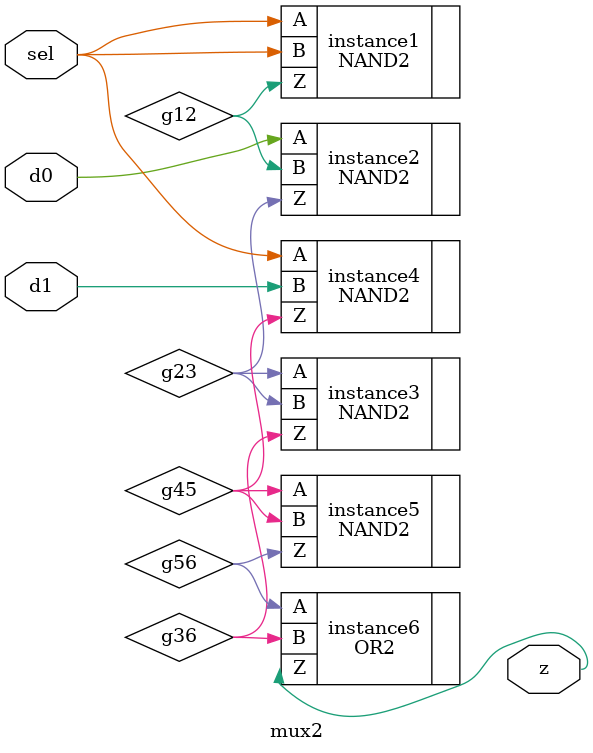
<source format=sv>
module mux2 (
    input logic d0,          // Data input 0
    input logic d1,          // Data input 1
    input logic sel,         // Select input
    output logic z           // Output
);

// Put your code here
// ------------------
   logic g45,g56,g12,g23,g36;
 NAND2 #(
        .Tpdlh(8),
        .Tpdhl(8)
) instance4(
        .Z(g45),
        .A(sel),
        .B(d1)
);


 NAND2 #(
        .Tpdlh(8),
        .Tpdhl(8)
) instance5(
        .Z(g56),
        .A(g45),
        .B(g45)
);


 NAND2 #(
        .Tpdlh(8),
        .Tpdhl(8)
) instance1(
        .Z(g12),
        .A(sel),
        .B(sel)
);


 NAND2 #(
        .Tpdlh(8),
        .Tpdhl(8)
) instance2(
        .Z(g23),
        .A(d0),
        .B(g12)
);



 NAND2 #(
        .Tpdlh(8),
        .Tpdhl(8)
) instance3(
        .Z(g36),
        .A(g23),
        .B(g23)
);


    OR2 #(
        .Tpdlh(5),
        .Tpdhl(5)
    )instance6(
        .Z(z),
        .A(g56),
        .B(g36)
    );


// End of your code

endmodule
</source>
